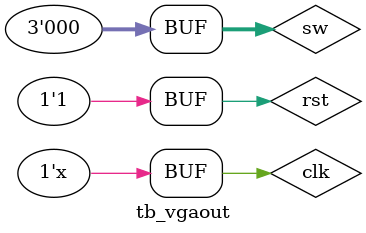
<source format=v>
`timescale 1ns / 1ps


module tb_vgaout();

reg clk;
reg rst;
reg [2:0] sw;

wire [3:0] pix_r, pix_g, pix_b;
wire hsync, vsync;

//initial 
initial begin
    #1
    clk = 0;
    rst = 0;
    sw = 3'b000;
    #10
    rst = 1;
end

//always
always begin
    #1 clk = -clk;
end

vga_out vga_inst (
        .clk(pixclk),
        .rst(rst),
        .pix_r(pix_r),
        .pix_g(pix_g),
        .pix_b(pix_b),
        .hsync(hsync),
        .vsync(vsync),
        .draw_r(draw_r),
        .draw_g(draw_g),
        .draw_b(draw_b),
        .curr_x(curr_x),
        .curr_y(curr_y)   
    );

endmodule

</source>
